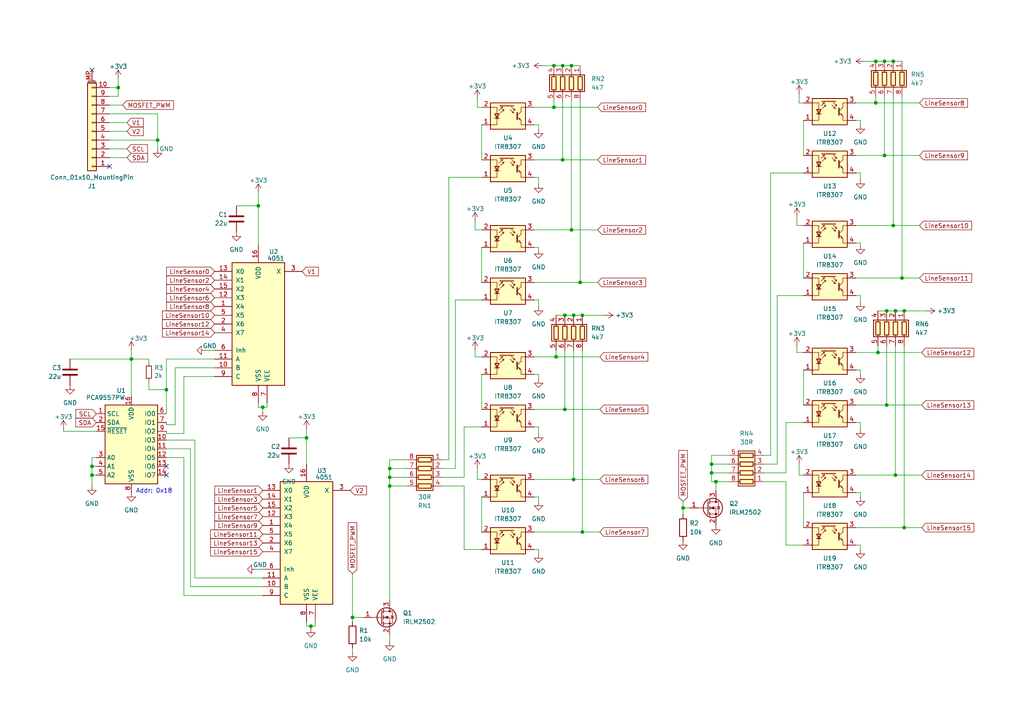
<source format=kicad_sch>
(kicad_sch (version 20231120) (generator "eeschema") (generator_version "8.0")
  (paper "A4")
  (title_block (rev "1.1"))
  (lib_symbols
    (symbol "4xxx:4051" (pin_names (offset 1.016))
      (property "Reference" "U" (at -7.62 19.05 0))
      (property "Value" "4051" (at -7.62 -19.05 0))
      (symbol "4051_1_0"
        (pin passive line (at -12.7 5.08 0) (length 5.08) (name "X4") (number "1"))
        (pin input line (at -12.7 -12.7 0) (length 5.08) (name "B") (number "10"))
        (pin input line (at -12.7 -10.16 0) (length 5.08) (name "A") (number "11"))
        (pin passive line (at -12.7 7.62 0) (length 5.08) (name "X3") (number "12"))
        (pin passive line (at -12.7 15.24 0) (length 5.08) (name "X0") (number "13"))
        (pin passive line (at -12.7 12.7 0) (length 5.08) (name "X1") (number "14"))
        (pin passive line (at -12.7 10.16 0) (length 5.08) (name "X2") (number "15"))
        (pin power_in line (at 0 22.86 270) (length 5.08) (name "VDD") (number "16"))
        (pin passive line (at -12.7 0 0) (length 5.08) (name "X6") (number "2"))
        (pin passive line (at 12.7 15.24 180) (length 5.08) (name "X") (number "3"))
        (pin passive line (at -12.7 -2.54 0) (length 5.08) (name "X7") (number "4"))
        (pin passive line (at -12.7 2.54 0) (length 5.08) (name "X5") (number "5"))
        (pin input line (at -12.7 -7.62 0) (length 5.08) (name "Inh") (number "6"))
        (pin power_in line (at 2.54 -22.86 90) (length 5.08) (name "VEE") (number "7"))
        (pin power_in line (at 0 -22.86 90) (length 5.08) (name "VSS") (number "8"))
        (pin input line (at -12.7 -15.24 0) (length 5.08) (name "C") (number "9"))
      )
      (symbol "4051_1_1"
        (rectangle (start -7.62 17.78) (end 7.62 -17.78) (stroke (width 0.254)) (fill (type background)))
      )
    )
    (symbol "Connector_Generic_MountingPin:Conn_01x10_MountingPin" (pin_names (offset 1.016) hide)
      (property "Reference" "J" (at 0 12.7 0))
      (property "Value" "Conn_01x10_MountingPin" (at 1.27 -15.24 0))
      (symbol "Conn_01x10_MountingPin_1_1"
        (rectangle (start -1.27 -12.573) (end 0 -12.827) (stroke (width 0.1524)))
        (rectangle (start -1.27 -10.033) (end 0 -10.287) (stroke (width 0.1524)))
        (rectangle (start -1.27 -7.493) (end 0 -7.747) (stroke (width 0.1524)))
        (rectangle (start -1.27 -4.953) (end 0 -5.207) (stroke (width 0.1524)))
        (rectangle (start -1.27 -2.413) (end 0 -2.667) (stroke (width 0.1524)))
        (rectangle (start -1.27 0.127) (end 0 -0.127) (stroke (width 0.1524)))
        (rectangle (start -1.27 2.667) (end 0 2.413) (stroke (width 0.1524)))
        (rectangle (start -1.27 5.207) (end 0 4.953) (stroke (width 0.1524)))
        (rectangle (start -1.27 7.747) (end 0 7.493) (stroke (width 0.1524)))
        (rectangle (start -1.27 10.287) (end 0 10.033) (stroke (width 0.1524)))
        (rectangle (start -1.27 11.43) (end 1.27 -13.97) (stroke (width 0.254)) (fill (type background)))
        (polyline (pts (xy -1.016 -14.732) (xy 1.016 -14.732)) (stroke (width 0.1524)))
        (text "Mounting" (at 0 -14.351 0) (effects (font (size 0.381 0.381))))
        (pin passive line (at -5.08 10.16 0) (length 3.81) (name "Pin_1") (number "1"))
        (pin passive line (at -5.08 -12.7 0) (length 3.81) (name "Pin_10") (number "10"))
        (pin passive line (at -5.08 7.62 0) (length 3.81) (name "Pin_2") (number "2"))
        (pin passive line (at -5.08 5.08 0) (length 3.81) (name "Pin_3") (number "3"))
        (pin passive line (at -5.08 2.54 0) (length 3.81) (name "Pin_4") (number "4"))
        (pin passive line (at -5.08 0 0) (length 3.81) (name "Pin_5") (number "5"))
        (pin passive line (at -5.08 -2.54 0) (length 3.81) (name "Pin_6") (number "6"))
        (pin passive line (at -5.08 -5.08 0) (length 3.81) (name "Pin_7") (number "7"))
        (pin passive line (at -5.08 -7.62 0) (length 3.81) (name "Pin_8") (number "8"))
        (pin passive line (at -5.08 -10.16 0) (length 3.81) (name "Pin_9") (number "9"))
        (pin passive line (at 0 -17.78 90) (length 3.048) (name "MountPin") (number "MP"))
      )
    )
    (symbol "Device:C" (pin_numbers hide) (pin_names (offset 0.254))
      (property "Reference" "C" (at 0.635 2.54 0))
      (property "Value" "C" (at 0.635 -2.54 0))
      (symbol "C_0_1"
        (polyline (pts (xy -2.032 -0.762) (xy 2.032 -0.762)) (stroke (width 0.508)))
        (polyline (pts (xy -2.032 0.762) (xy 2.032 0.762)) (stroke (width 0.508)))
      )
      (symbol "C_1_1"
        (pin passive line (at 0 3.81 270) (length 2.794) (name "~") (number "1"))
        (pin passive line (at 0 -3.81 90) (length 2.794) (name "~") (number "2"))
      )
    )
    (symbol "Device:R" (pin_numbers hide) (pin_names (offset 0))
      (property "Reference" "R" (at 2.032 0 90))
      (property "Value" "R" (at 0 0 90))
      (symbol "R_0_1"
        (rectangle (start -1.016 -2.54) (end 1.016 2.54) (stroke (width 0.254)))
      )
      (symbol "R_1_1"
        (pin passive line (at 0 3.81 270) (length 1.27) (name "~") (number "1"))
        (pin passive line (at 0 -3.81 90) (length 1.27) (name "~") (number "2"))
      )
    )
    (symbol "Device:R_Pack04" (pin_names (offset 0) hide)
      (property "Reference" "RN" (at -7.62 0 90))
      (property "Value" "R_Pack04" (at 5.08 0 90))
      (symbol "R_Pack04_0_1"
        (rectangle (start -6.35 -2.413) (end 3.81 2.413) (stroke (width 0.254)) (fill (type background)))
        (rectangle (start -5.715 1.905) (end -4.445 -1.905) (stroke (width 0.254)))
        (rectangle (start -3.175 1.905) (end -1.905 -1.905) (stroke (width 0.254)))
        (rectangle (start -0.635 1.905) (end 0.635 -1.905) (stroke (width 0.254)))
        (polyline (pts (xy -5.08 -2.54) (xy -5.08 -1.905)))
        (polyline (pts (xy -5.08 1.905) (xy -5.08 2.54)))
        (polyline (pts (xy -2.54 -2.54) (xy -2.54 -1.905)))
        (polyline (pts (xy -2.54 1.905) (xy -2.54 2.54)))
        (polyline (pts (xy 0 -2.54) (xy 0 -1.905)))
        (polyline (pts (xy 0 1.905) (xy 0 2.54)))
        (polyline (pts (xy 2.54 -2.54) (xy 2.54 -1.905)))
        (polyline (pts (xy 2.54 1.905) (xy 2.54 2.54)))
        (rectangle (start 1.905 1.905) (end 3.175 -1.905) (stroke (width 0.254)))
      )
      (symbol "R_Pack04_1_1"
        (pin passive line (at -5.08 -5.08 90) (length 2.54) (name "R1.1") (number "1"))
        (pin passive line (at -2.54 -5.08 90) (length 2.54) (name "R2.1") (number "2"))
        (pin passive line (at 0 -5.08 90) (length 2.54) (name "R3.1") (number "3"))
        (pin passive line (at 2.54 -5.08 90) (length 2.54) (name "R4.1") (number "4"))
        (pin passive line (at 2.54 5.08 270) (length 2.54) (name "R4.2") (number "5"))
        (pin passive line (at 0 5.08 270) (length 2.54) (name "R3.2") (number "6"))
        (pin passive line (at -2.54 5.08 270) (length 2.54) (name "R2.2") (number "7"))
        (pin passive line (at -5.08 5.08 270) (length 2.54) (name "R1.2") (number "8"))
      )
    )
    (symbol "Device:R_Small" (pin_numbers hide) (pin_names (offset 0.254) hide)
      (property "Reference" "R" (at 0.762 0.508 0))
      (property "Value" "R_Small" (at 0.762 -1.016 0))
      (symbol "R_Small_0_1"
        (rectangle (start -0.762 1.778) (end 0.762 -1.778) (stroke (width 0.2032)))
      )
      (symbol "R_Small_1_1"
        (pin passive line (at 0 2.54 270) (length 0.762) (name "~") (number "1"))
        (pin passive line (at 0 -2.54 90) (length 0.762) (name "~") (number "2"))
      )
    )
    (symbol "GluonLib:IRLM2502" (pin_names (offset 0) hide)
      (property "Reference" "Q1" (at 5.207 0.6437 0))
      (property "Value" "IRLM2502" (at 5.207 -1.2773 0))
      (symbol "IRLM2502_0_1"
        (polyline (pts (xy 0.254 0) (xy -2.54 0)))
        (polyline (pts (xy 0.254 1.905) (xy 0.254 -1.905)) (stroke (width 0.254)))
        (polyline (pts (xy 0.762 -1.27) (xy 0.762 -2.286)) (stroke (width 0.254)))
        (polyline (pts (xy 0.762 0.508) (xy 0.762 -0.508)) (stroke (width 0.254)))
        (polyline (pts (xy 0.762 2.286) (xy 0.762 1.27)) (stroke (width 0.254)))
        (polyline (pts (xy 2.54 2.54) (xy 2.54 1.778)))
        (polyline (pts (xy 2.54 -2.54) (xy 2.54 0) (xy 0.762 0)))
        (polyline (pts (xy 0.762 -1.778) (xy 3.302 -1.778) (xy 3.302 1.778) (xy 0.762 1.778)))
        (polyline (pts (xy 1.016 0) (xy 2.032 0.381) (xy 2.032 -0.381) (xy 1.016 0)) (fill (type outline)))
        (polyline (pts (xy 2.794 0.508) (xy 2.921 0.381) (xy 3.683 0.381) (xy 3.81 0.254)))
        (polyline (pts (xy 3.302 0.381) (xy 2.921 -0.254) (xy 3.683 -0.254) (xy 3.302 0.381)))
        (circle (center 1.651 0) (radius 2.794) (stroke (width 0.254)))
        (circle (center 2.54 -1.778) (radius 0.254) (fill (type outline)))
        (circle (center 2.54 1.778) (radius 0.254) (fill (type outline)))
      )
      (symbol "IRLM2502_1_1"
        (pin input line (at -5.08 0 0) (length 2.54) (name "G") (number "1"))
        (pin passive line (at 2.54 -5.08 90) (length 2.54) (name "S") (number "2"))
        (pin passive line (at 2.54 5.08 270) (length 2.54) (name "D") (number "3"))
      )
    )
    (symbol "Interface_Expansion:PCA9557PW"
      (property "Reference" "U" (at -7.62 11.43 0))
      (property "Value" "PCA9557PW" (at 2.54 11.43 0))
      (symbol "PCA9557PW_0_1"
        (rectangle (start -7.62 -12.7) (end 7.62 10.16) (stroke (width 0.254)) (fill (type background)))
      )
      (symbol "PCA9557PW_1_1"
        (pin input line (at -10.16 7.62 0) (length 2.54) (name "SCL") (number "1"))
        (pin bidirectional line (at 10.16 0 180) (length 2.54) (name "IO3") (number "10"))
        (pin bidirectional line (at 10.16 -2.54 180) (length 2.54) (name "IO4") (number "11"))
        (pin bidirectional line (at 10.16 -5.08 180) (length 2.54) (name "IO5") (number "12"))
        (pin bidirectional line (at 10.16 -7.62 180) (length 2.54) (name "IO6") (number "13"))
        (pin bidirectional line (at 10.16 -10.16 180) (length 2.54) (name "IO7") (number "14"))
        (pin input line (at -10.16 2.54 0) (length 2.54) (name "~{RESET}") (number "15"))
        (pin power_in line (at 0 12.7 270) (length 2.54) (name "VDD") (number "16"))
        (pin bidirectional line (at -10.16 5.08 0) (length 2.54) (name "SDA") (number "2"))
        (pin input line (at -10.16 -5.08 0) (length 2.54) (name "A0") (number "3"))
        (pin input line (at -10.16 -7.62 0) (length 2.54) (name "A1") (number "4"))
        (pin input line (at -10.16 -10.16 0) (length 2.54) (name "A2") (number "5"))
        (pin bidirectional line (at 10.16 7.62 180) (length 2.54) (name "IO0") (number "6"))
        (pin bidirectional line (at 10.16 5.08 180) (length 2.54) (name "IO1") (number "7"))
        (pin power_in line (at 0 -15.24 90) (length 2.54) (name "VSS") (number "8"))
        (pin bidirectional line (at 10.16 2.54 180) (length 2.54) (name "IO2") (number "9"))
      )
    )
    (symbol "Sensor_Proximity:ITR8307-L24-TR8" (pin_names (offset 0.0254) hide)
      (property "Reference" "U" (at -3.81 5.08 0))
      (property "Value" "ITR8307-L24-TR8" (at 15.24 5.08 0))
      (symbol "ITR8307-L24-TR8_0_1"
        (polyline (pts (xy -3.81 -0.635) (xy -2.54 -0.635)) (stroke (width 0.254)))
        (polyline (pts (xy -2.286 2.921) (xy -2.032 3.175)))
        (polyline (pts (xy -1.778 2.921) (xy -1.524 3.175)))
        (polyline (pts (xy -1.524 2.667) (xy -1.651 2.159)))
        (polyline (pts (xy -1.27 2.921) (xy -1.016 3.175)))
        (polyline (pts (xy -1.143 1.905) (xy -1.27 1.397)))
        (polyline (pts (xy -0.762 2.921) (xy -0.508 3.175)))
        (polyline (pts (xy -0.254 2.921) (xy 0 3.175)))
        (polyline (pts (xy 0.254 2.921) (xy 0.508 3.175)))
        (polyline (pts (xy 0.762 2.921) (xy 1.016 3.175)))
        (polyline (pts (xy 1.27 2.921) (xy 1.524 3.175)))
        (polyline (pts (xy 1.651 0.889) (xy 1.143 1.016)))
        (polyline (pts (xy 1.778 2.921) (xy -2.413 2.921)))
        (polyline (pts (xy 2.032 1.651) (xy 1.524 1.778)))
        (polyline (pts (xy 2.667 -0.127) (xy 3.81 -1.27)))
        (polyline (pts (xy 2.667 0.127) (xy 3.81 1.27)))
        (polyline (pts (xy -2.54 1.651) (xy -1.524 2.667) (xy -2.032 2.54)))
        (polyline (pts (xy -2.159 0.889) (xy -1.143 1.905) (xy -1.651 1.778)))
        (polyline (pts (xy 0.635 1.905) (xy 1.651 0.889) (xy 1.524 1.397)))
        (polyline (pts (xy 1.016 2.667) (xy 2.032 1.651) (xy 1.905 2.159)))
        (polyline (pts (xy 2.667 1.016) (xy 2.667 -1.016) (xy 2.667 -1.016)) (stroke (width 0.3556)))
        (polyline (pts (xy 3.81 -1.27) (xy 3.81 -2.54) (xy 5.08 -2.54)))
        (polyline (pts (xy 3.81 1.27) (xy 3.81 2.54) (xy 5.08 2.54)))
        (polyline (pts (xy -5.08 -2.54) (xy -3.175 -2.54) (xy -3.175 2.54) (xy -5.08 2.54)))
        (polyline (pts (xy -3.175 -0.635) (xy -3.81 0.635) (xy -2.54 0.635) (xy -3.175 -0.635)) (stroke (width 0.254)))
        (polyline (pts (xy 3.683 -1.143) (xy 3.429 -0.635) (xy 3.175 -0.889) (xy 3.683 -1.143)))
        (polyline (pts (xy -5.08 -3.81) (xy 5.08 -3.81) (xy 5.08 3.81) (xy -5.08 3.81) (xy -5.08 -3.81)) (stroke (width 0.254)) (fill (type background)))
      )
      (symbol "ITR8307-L24-TR8_1_1"
        (pin passive line (at -7.62 -2.54 0) (length 2.54) (name "K") (number "1"))
        (pin passive line (at -7.62 2.54 0) (length 2.54) (name "A") (number "2"))
        (pin open_collector line (at 7.62 2.54 180) (length 2.54) (name "~") (number "3"))
        (pin open_emitter line (at 7.62 -2.54 180) (length 2.54) (name "~") (number "4"))
      )
    )
    (symbol "power:+3V3" (power) (pin_names (offset 0))
      (property "Value" "+3V3" (at 0 3.556 0))
      (symbol "+3V3_0_1"
        (polyline (pts (xy -0.762 1.27) (xy 0 2.54)))
        (polyline (pts (xy 0 0) (xy 0 2.54)))
        (polyline (pts (xy 0 2.54) (xy 0.762 1.27)))
      )
      (symbol "+3V3_1_1"
        (pin power_in line (at 0 0 90) (length 0) hide (name "+3V3") (number "1"))
      )
    )
    (symbol "power:GND" (power) (pin_names (offset 0))
      (property "Value" "GND" (at 0 -3.81 0))
      (symbol "GND_0_1"
        (polyline (pts (xy 0 0) (xy 0 -1.27) (xy 1.27 -1.27) (xy 0 -2.54) (xy -1.27 -1.27) (xy 0 -1.27)))
      )
      (symbol "GND_1_1"
        (pin power_in line (at 0 0 270) (length 0) hide (name "GND") (number "1"))
      )
    )
  )
  (junction (at 163.195 19.05))
  (junction (at 90.17 181.61))
  (junction (at 102.235 179.07))
  (junction (at 206.375 134.62))
  (junction (at 168.91 154.305))
  (junction (at 163.83 118.745))
  (junction (at 257.175 90.17))
  (junction (at 259.08 65.405))
  (junction (at 256.54 45.085))
  (junction (at 256.54 17.78))
  (junction (at 254 29.845))
  (junction (at 257.175 117.475))
  (junction (at 259.715 90.17))
  (junction (at 207.645 139.7))
  (junction (at 206.375 137.16))
  (junction (at 259.715 137.795))
  (junction (at 259.08 17.78))
  (junction (at 113.03 135.89))
  (junction (at 34.29 25.4))
  (junction (at 168.275 81.915))
  (junction (at 38.1 104.14))
  (junction (at 76.2 118.11))
  (junction (at 254 17.78))
  (junction (at 26.67 135.255))
  (junction (at 261.62 80.645))
  (junction (at 163.195 46.355))
  (junction (at 168.91 91.44))
  (junction (at 161.29 103.505))
  (junction (at 160.655 19.05))
  (junction (at 26.67 137.795))
  (junction (at 262.255 90.17))
  (junction (at 165.735 19.05))
  (junction (at 160.655 31.115))
  (junction (at 113.03 138.43))
  (junction (at 113.03 140.97))
  (junction (at 198.12 147.32))
  (junction (at 165.735 66.675))
  (junction (at 163.83 91.44))
  (junction (at 166.37 91.44))
  (junction (at 254.635 102.235))
  (junction (at 88.9 127))
  (junction (at 48.26 113.03))
  (junction (at 262.255 153.035))
  (junction (at 166.37 139.065))
  (junction (at 74.93 59.69))
  (junction (at 45.72 40.64))
  (no_connect (at 48.26 135.255))
  (no_connect (at 48.26 137.795))
  (no_connect (at 31.75 48.26))
  (no_connect (at 26.67 20.32))
  (wire (pts (xy 74.93 55.88) (xy 74.93 59.69)))
  (wire (pts (xy 53.34 109.22) (xy 62.23 109.22)))
  (wire (pts (xy 207.645 139.7) (xy 211.455 139.7)))
  (wire (pts (xy 256.54 45.085) (xy 266.7 45.085)))
  (wire (pts (xy 225.425 85.725) (xy 233.045 85.725)))
  (wire (pts (xy 132.08 86.995) (xy 139.7 86.995)))
  (wire (pts (xy 154.94 46.355) (xy 163.195 46.355)))
  (wire (pts (xy 227.965 139.7) (xy 221.615 139.7)))
  (wire (pts (xy 88.9 124.46) (xy 88.9 127)))
  (wire (pts (xy 233.045 65.405) (xy 231.14 65.405)))
  (wire (pts (xy 38.1 104.14) (xy 38.1 114.935)))
  (wire (pts (xy 154.94 81.915) (xy 168.275 81.915)))
  (wire (pts (xy 161.29 101.6) (xy 161.29 103.505)))
  (wire (pts (xy 154.94 103.505) (xy 161.29 103.505)))
  (wire (pts (xy 227.965 122.555) (xy 227.965 137.16)))
  (wire (pts (xy 156.21 159.385) (xy 156.21 160.655)))
  (wire (pts (xy 225.425 134.62) (xy 221.615 134.62)))
  (wire (pts (xy 139.7 103.505) (xy 137.795 103.505)))
  (wire (pts (xy 161.29 103.505) (xy 173.99 103.505)))
  (wire (pts (xy 163.83 91.44) (xy 166.37 91.44)))
  (wire (pts (xy 134.62 140.97) (xy 134.62 159.385)))
  (wire (pts (xy 206.375 137.16) (xy 211.455 137.16)))
  (wire (pts (xy 156.21 86.995) (xy 156.21 88.9)))
  (wire (pts (xy 26.67 140.97) (xy 26.67 137.795)))
  (wire (pts (xy 233.045 70.485) (xy 233.045 80.645)))
  (wire (pts (xy 113.03 184.15) (xy 113.03 186.055)))
  (wire (pts (xy 88.9 127) (xy 88.9 134.62)))
  (wire (pts (xy 132.08 86.995) (xy 132.08 135.89)))
  (wire (pts (xy 130.175 133.35) (xy 128.27 133.35)))
  (wire (pts (xy 26.67 135.255) (xy 27.94 135.255)))
  (wire (pts (xy 254 29.845) (xy 266.7 29.845)))
  (wire (pts (xy 48.26 113.03) (xy 48.26 120.015)))
  (wire (pts (xy 223.52 50.165) (xy 223.52 132.08)))
  (wire (pts (xy 139.7 31.115) (xy 138.43 31.115)))
  (wire (pts (xy 50.8 123.19) (xy 48.26 123.19)))
  (wire (pts (xy 168.91 154.305) (xy 154.94 154.305)))
  (wire (pts (xy 259.08 65.405) (xy 266.7 65.405)))
  (wire (pts (xy 165.735 66.675) (xy 173.355 66.675)))
  (wire (pts (xy 88.9 181.61) (xy 90.17 181.61)))
  (wire (pts (xy 257.175 117.475) (xy 267.335 117.475)))
  (wire (pts (xy 91.44 181.61) (xy 91.44 180.34)))
  (wire (pts (xy 211.455 132.08) (xy 206.375 132.08)))
  (wire (pts (xy 257.175 117.475) (xy 248.285 117.475)))
  (wire (pts (xy 137.795 103.505) (xy 137.795 101.6)))
  (wire (pts (xy 77.47 118.11) (xy 77.47 116.84)))
  (wire (pts (xy 76.2 118.11) (xy 76.2 119.38)))
  (wire (pts (xy 26.67 137.795) (xy 27.94 137.795)))
  (wire (pts (xy 90.17 181.61) (xy 90.17 182.245)))
  (wire (pts (xy 231.775 134.62) (xy 231.775 137.795)))
  (wire (pts (xy 249.555 34.925) (xy 249.555 36.195)))
  (wire (pts (xy 221.615 137.16) (xy 227.965 137.16)))
  (wire (pts (xy 154.94 36.195) (xy 156.21 36.195)))
  (wire (pts (xy 206.375 134.62) (xy 206.375 132.08)))
  (wire (pts (xy 59.69 101.6) (xy 62.23 101.6)))
  (wire (pts (xy 168.91 91.44) (xy 175.26 91.44)))
  (wire (pts (xy 248.285 80.645) (xy 261.62 80.645)))
  (wire (pts (xy 231.775 29.845) (xy 231.775 27.305)))
  (wire (pts (xy 156.21 123.825) (xy 156.21 125.73)))
  (wire (pts (xy 138.43 139.065) (xy 139.7 139.065)))
  (wire (pts (xy 134.62 159.385) (xy 139.7 159.385)))
  (wire (pts (xy 166.37 139.065) (xy 154.94 139.065)))
  (wire (pts (xy 161.29 91.44) (xy 163.83 91.44)))
  (wire (pts (xy 154.94 108.585) (xy 156.21 108.585)))
  (wire (pts (xy 26.67 132.715) (xy 27.94 132.715)))
  (wire (pts (xy 259.08 27.94) (xy 259.08 65.405)))
  (wire (pts (xy 134.62 123.825) (xy 134.62 138.43)))
  (wire (pts (xy 256.54 45.085) (xy 248.285 45.085)))
  (wire (pts (xy 113.03 138.43) (xy 113.03 135.89)))
  (wire (pts (xy 43.18 110.49) (xy 43.18 113.03)))
  (wire (pts (xy 249.555 122.555) (xy 249.555 124.46)))
  (wire (pts (xy 56.515 127.635) (xy 56.515 167.64)))
  (wire (pts (xy 231.14 65.405) (xy 231.14 62.865)))
  (wire (pts (xy 55.245 130.175) (xy 55.245 170.18)))
  (wire (pts (xy 168.91 154.305) (xy 173.99 154.305)))
  (wire (pts (xy 233.045 102.235) (xy 231.14 102.235)))
  (wire (pts (xy 53.34 172.72) (xy 76.2 172.72)))
  (wire (pts (xy 233.045 107.315) (xy 233.045 117.475)))
  (wire (pts (xy 206.375 139.7) (xy 206.375 137.16)))
  (wire (pts (xy 31.75 38.1) (xy 36.83 38.1)))
  (wire (pts (xy 163.83 118.745) (xy 173.99 118.745)))
  (wire (pts (xy 76.2 118.11) (xy 77.47 118.11)))
  (wire (pts (xy 248.285 158.115) (xy 249.555 158.115)))
  (wire (pts (xy 248.285 102.235) (xy 254.635 102.235)))
  (wire (pts (xy 206.375 134.62) (xy 211.455 134.62)))
  (wire (pts (xy 154.94 66.675) (xy 165.735 66.675)))
  (wire (pts (xy 206.375 139.7) (xy 207.645 139.7)))
  (wire (pts (xy 154.94 71.755) (xy 156.21 71.755)))
  (wire (pts (xy 102.235 180.34) (xy 102.235 179.07)))
  (wire (pts (xy 254.635 90.17) (xy 257.175 90.17)))
  (wire (pts (xy 139.7 36.195) (xy 139.7 46.355)))
  (wire (pts (xy 113.03 135.89) (xy 118.11 135.89)))
  (wire (pts (xy 26.67 135.255) (xy 26.67 132.715)))
  (wire (pts (xy 38.1 101.6) (xy 38.1 104.14)))
  (wire (pts (xy 139.7 71.755) (xy 139.7 81.915)))
  (wire (pts (xy 113.03 140.97) (xy 113.03 173.99)))
  (wire (pts (xy 156.21 51.435) (xy 156.21 53.34)))
  (wire (pts (xy 43.18 105.41) (xy 43.18 104.14)))
  (wire (pts (xy 48.26 123.19) (xy 48.26 122.555)))
  (wire (pts (xy 262.255 153.035) (xy 248.285 153.035)))
  (wire (pts (xy 168.91 101.6) (xy 168.91 154.305)))
  (wire (pts (xy 163.195 29.21) (xy 163.195 46.355)))
  (wire (pts (xy 53.34 125.73) (xy 53.34 109.22)))
  (wire (pts (xy 156.21 144.145) (xy 156.21 145.415)))
  (wire (pts (xy 165.735 29.21) (xy 165.735 66.675)))
  (wire (pts (xy 62.23 106.68) (xy 50.8 106.68)))
  (wire (pts (xy 118.11 133.35) (xy 113.03 133.35)))
  (wire (pts (xy 168.275 81.915) (xy 173.355 81.915)))
  (wire (pts (xy 259.715 137.795) (xy 267.335 137.795)))
  (wire (pts (xy 254 17.78) (xy 256.54 17.78)))
  (wire (pts (xy 34.29 25.4) (xy 34.29 27.94)))
  (wire (pts (xy 31.75 40.64) (xy 45.72 40.64)))
  (wire (pts (xy 34.29 22.86) (xy 34.29 25.4)))
  (wire (pts (xy 154.94 159.385) (xy 156.21 159.385)))
  (wire (pts (xy 165.735 19.05) (xy 168.275 19.05)))
  (wire (pts (xy 168.275 29.21) (xy 168.275 81.915)))
  (wire (pts (xy 134.62 140.97) (xy 128.27 140.97)))
  (wire (pts (xy 249.555 50.165) (xy 249.555 52.07)))
  (wire (pts (xy 45.72 40.64) (xy 45.72 43.18)))
  (wire (pts (xy 259.08 17.78) (xy 261.62 17.78)))
  (wire (pts (xy 48.26 125.73) (xy 48.26 125.095)))
  (wire (pts (xy 102.235 187.96) (xy 102.235 189.23)))
  (wire (pts (xy 113.03 138.43) (xy 118.11 138.43)))
  (wire (pts (xy 48.26 127.635) (xy 56.515 127.635)))
  (wire (pts (xy 134.62 123.825) (xy 139.7 123.825)))
  (wire (pts (xy 130.175 51.435) (xy 130.175 133.35)))
  (wire (pts (xy 166.37 91.44) (xy 168.91 91.44)))
  (wire (pts (xy 139.7 66.675) (xy 137.795 66.675)))
  (wire (pts (xy 160.655 31.115) (xy 173.355 31.115)))
  (wire (pts (xy 261.62 80.645) (xy 266.7 80.645)))
  (wire (pts (xy 138.43 135.89) (xy 138.43 139.065)))
  (wire (pts (xy 257.175 90.17) (xy 259.715 90.17)))
  (wire (pts (xy 262.255 90.17) (xy 268.605 90.17)))
  (wire (pts (xy 74.93 59.69) (xy 74.93 71.12)))
  (wire (pts (xy 74.295 165.1) (xy 76.2 165.1)))
  (wire (pts (xy 128.27 138.43) (xy 134.62 138.43)))
  (wire (pts (xy 45.72 33.02) (xy 45.72 40.64)))
  (wire (pts (xy 53.34 132.715) (xy 53.34 172.72)))
  (wire (pts (xy 56.515 167.64) (xy 76.2 167.64)))
  (wire (pts (xy 139.7 144.145) (xy 139.7 154.305)))
  (wire (pts (xy 48.26 104.14) (xy 48.26 113.03)))
  (wire (pts (xy 118.11 140.97) (xy 113.03 140.97)))
  (wire (pts (xy 262.255 100.33) (xy 262.255 153.035)))
  (wire (pts (xy 130.175 51.435) (xy 139.7 51.435)))
  (wire (pts (xy 31.75 33.02) (xy 45.72 33.02)))
  (wire (pts (xy 206.375 137.16) (xy 206.375 134.62)))
  (wire (pts (xy 156.21 36.195) (xy 156.21 37.465)))
  (wire (pts (xy 113.03 135.89) (xy 113.03 133.35)))
  (wire (pts (xy 31.75 45.72) (xy 36.83 45.72)))
  (wire (pts (xy 262.255 153.035) (xy 267.335 153.035)))
  (wire (pts (xy 31.75 27.94) (xy 34.29 27.94)))
  (wire (pts (xy 74.93 118.11) (xy 76.2 118.11)))
  (wire (pts (xy 248.285 29.845) (xy 254 29.845)))
  (wire (pts (xy 154.94 123.825) (xy 156.21 123.825)))
  (wire (pts (xy 231.14 102.235) (xy 231.14 100.33)))
  (wire (pts (xy 249.555 70.485) (xy 249.555 71.12)))
  (wire (pts (xy 160.655 29.21) (xy 160.655 31.115)))
  (wire (pts (xy 249.555 85.725) (xy 249.555 87.63)))
  (wire (pts (xy 102.235 179.07) (xy 105.41 179.07)))
  (wire (pts (xy 156.21 71.755) (xy 156.21 72.39)))
  (wire (pts (xy 248.285 50.165) (xy 249.555 50.165)))
  (wire (pts (xy 31.75 35.56) (xy 36.83 35.56)))
  (wire (pts (xy 225.425 85.725) (xy 225.425 134.62)))
  (wire (pts (xy 250.825 17.78) (xy 254 17.78)))
  (wire (pts (xy 163.83 118.745) (xy 154.94 118.745)))
  (wire (pts (xy 83.82 127) (xy 88.9 127)))
  (wire (pts (xy 227.965 139.7) (xy 227.965 158.115)))
  (wire (pts (xy 38.1 104.14) (xy 20.32 104.14)))
  (wire (pts (xy 18.415 125.095) (xy 18.415 124.46)))
  (wire (pts (xy 43.18 113.03) (xy 48.26 113.03)))
  (wire (pts (xy 163.83 101.6) (xy 163.83 118.745)))
  (wire (pts (xy 248.285 142.875) (xy 249.555 142.875)))
  (wire (pts (xy 26.67 137.795) (xy 26.67 135.255)))
  (wire (pts (xy 198.12 147.32) (xy 198.12 149.225)))
  (wire (pts (xy 248.285 122.555) (xy 249.555 122.555)))
  (wire (pts (xy 137.795 66.675) (xy 137.795 64.135)))
  (wire (pts (xy 231.775 137.795) (xy 233.045 137.795)))
  (wire (pts (xy 113.03 140.97) (xy 113.03 138.43)))
  (wire (pts (xy 68.58 59.69) (xy 74.93 59.69)))
  (wire (pts (xy 90.17 181.61) (xy 91.44 181.61)))
  (wire (pts (xy 157.48 19.05) (xy 160.655 19.05)))
  (wire (pts (xy 31.75 43.18) (xy 36.83 43.18)))
  (wire (pts (xy 248.285 107.315) (xy 249.555 107.315)))
  (wire (pts (xy 254 27.94) (xy 254 29.845)))
  (wire (pts (xy 207.645 142.24) (xy 207.645 139.7)))
  (wire (pts (xy 74.93 116.84) (xy 74.93 118.11)))
  (wire (pts (xy 233.045 142.875) (xy 233.045 153.035)))
  (wire (pts (xy 138.43 31.115) (xy 138.43 28.575)))
  (wire (pts (xy 249.555 142.875) (xy 249.555 144.145)))
  (wire (pts (xy 88.9 180.34) (xy 88.9 181.61)))
  (wire (pts (xy 132.08 135.89) (xy 128.27 135.89)))
  (wire (pts (xy 249.555 158.115) (xy 249.555 159.385)))
  (wire (pts (xy 163.195 19.05) (xy 165.735 19.05)))
  (wire (pts (xy 256.54 27.94) (xy 256.54 45.085)))
  (wire (pts (xy 233.045 29.845) (xy 231.775 29.845)))
  (wire (pts (xy 249.555 107.315) (xy 249.555 108.585)))
  (wire (pts (xy 259.715 137.795) (xy 248.285 137.795)))
  (wire (pts (xy 50.8 106.68) (xy 50.8 123.19)))
  (wire (pts (xy 259.715 90.17) (xy 262.255 90.17)))
  (wire (pts (xy 31.75 25.4) (xy 34.29 25.4)))
  (wire (pts (xy 254.635 102.235) (xy 267.335 102.235)))
  (wire (pts (xy 198.12 145.415) (xy 198.12 147.32)))
  (wire (pts (xy 166.37 101.6) (xy 166.37 139.065)))
  (wire (pts (xy 154.94 86.995) (xy 156.21 86.995)))
  (wire (pts (xy 160.655 19.05) (xy 163.195 19.05)))
  (wire (pts (xy 139.7 108.585) (xy 139.7 118.745)))
  (wire (pts (xy 248.285 85.725) (xy 249.555 85.725)))
  (wire (pts (xy 43.18 104.14) (xy 38.1 104.14)))
  (wire (pts (xy 248.285 34.925) (xy 249.555 34.925)))
  (wire (pts (xy 163.195 46.355) (xy 173.355 46.355)))
  (wire (pts (xy 223.52 132.08) (xy 221.615 132.08)))
  (wire (pts (xy 223.52 50.165) (xy 233.045 50.165)))
  (wire (pts (xy 259.715 100.33) (xy 259.715 137.795)))
  (wire (pts (xy 48.26 125.73) (xy 53.34 125.73)))
  (wire (pts (xy 48.26 132.715) (xy 53.34 132.715)))
  (wire (pts (xy 154.94 144.145) (xy 156.21 144.145)))
  (wire (pts (xy 257.175 100.33) (xy 257.175 117.475)))
  (wire (pts (xy 27.94 125.095) (xy 18.415 125.095)))
  (wire (pts (xy 154.94 31.115) (xy 160.655 31.115)))
  (wire (pts (xy 227.965 122.555) (xy 233.045 122.555)))
  (wire (pts (xy 227.965 158.115) (xy 233.045 158.115)))
  (wire (pts (xy 233.045 34.925) (xy 233.045 45.085)))
  (wire (pts (xy 31.75 30.48) (xy 35.56 30.48)))
  (wire (pts (xy 198.12 147.32) (xy 200.025 147.32)))
  (wire (pts (xy 248.285 65.405) (xy 259.08 65.405)))
  (wire (pts (xy 154.94 51.435) (xy 156.21 51.435)))
  (wire (pts (xy 254.635 100.33) (xy 254.635 102.235)))
  (wire (pts (xy 261.62 27.94) (xy 261.62 80.645)))
  (wire (pts (xy 48.26 130.175) (xy 55.245 130.175)))
  (wire (pts (xy 166.37 139.065) (xy 173.99 139.065)))
  (wire (pts (xy 55.245 170.18) (xy 76.2 170.18)))
  (wire (pts (xy 156.21 108.585) (xy 156.21 109.855)))
  (wire (pts (xy 102.235 166.37) (xy 102.235 179.07)))
  (wire (pts (xy 48.26 104.14) (xy 62.23 104.14)))
  (wire (pts (xy 248.285 70.485) (xy 249.555 70.485)))
  (wire (pts (xy 256.54 17.78) (xy 259.08 17.78)))
  (text_box "Historial de cambios:\n-----------------\n** v1.1 **\n- Añadadida Resistencia R3, IO0 de U1 es open-drain." (at -66.675 24.765 0) (size 53.975 51.435) (effects (font (size 2 2) (thickness 0.4) (bold yes)) (justify left top)))
  (text "Addr: 0x18" (at 44.704 142.494 0) (effects (font (size 1.27 1.27))))
  (global_label "LineSensor9" (shape input) (at 76.2 152.4 180) (property "Intersheetrefs" "${INTERSHEET_REFS}" (effects (hide yes))))
  (global_label "LineSensor5" (shape input) (at 173.99 118.745 0) (property "Intersheetrefs" "${INTERSHEET_REFS}" (effects (hide yes))))
  (global_label "LineSensor0" (shape input) (at 62.23 78.74 180) (property "Intersheetrefs" "${INTERSHEET_REFS}" (effects (hide yes))))
  (global_label "LineSensor8" (shape input) (at 266.7 29.845 0) (property "Intersheetrefs" "${INTERSHEET_REFS}" (effects (hide yes))))
  (global_label "LineSensor5" (shape input) (at 76.2 147.32 180) (property "Intersheetrefs" "${INTERSHEET_REFS}" (effects (hide yes))))
  (global_label "SDA" (shape input) (at 36.83 45.72 0) (property "Intersheetrefs" "${INTERSHEET_REFS}" (effects (hide yes))))
  (global_label "LineSensor7" (shape input) (at 173.99 154.305 0) (property "Intersheetrefs" "${INTERSHEET_REFS}" (effects (hide yes))))
  (global_label "LineSensor6" (shape input) (at 62.23 86.36 180) (property "Intersheetrefs" "${INTERSHEET_REFS}" (effects (hide yes))))
  (global_label "LineSensor6" (shape input) (at 173.99 139.065 0) (property "Intersheetrefs" "${INTERSHEET_REFS}" (effects (hide yes))))
  (global_label "LineSensor2" (shape input) (at 173.355 66.675 0) (property "Intersheetrefs" "${INTERSHEET_REFS}" (effects (hide yes))))
  (global_label "LineSensor11" (shape input) (at 266.7 80.645 0) (property "Intersheetrefs" "${INTERSHEET_REFS}" (effects (hide yes))))
  (global_label "LineSensor8" (shape input) (at 62.23 88.9 180) (property "Intersheetrefs" "${INTERSHEET_REFS}" (effects (hide yes))))
  (global_label "SCL" (shape input) (at 27.94 120.015 180) (property "Intersheetrefs" "${INTERSHEET_REFS}" (effects (hide yes))))
  (global_label "LineSensor12" (shape input) (at 267.335 102.235 0) (property "Intersheetrefs" "${INTERSHEET_REFS}" (effects (hide yes))))
  (global_label "V1" (shape input) (at 36.83 35.56 0) (property "Intersheetrefs" "${INTERSHEET_REFS}" (effects (hide yes))))
  (global_label "MOSFET_PWM" (shape input) (at 102.235 166.37 90) (property "Intersheetrefs" "${INTERSHEET_REFS}" (effects (hide yes))))
  (global_label "LineSensor14" (shape input) (at 267.335 137.795 0) (property "Intersheetrefs" "${INTERSHEET_REFS}" (effects (hide yes))))
  (global_label "V1" (shape input) (at 87.63 78.74 0) (property "Intersheetrefs" "${INTERSHEET_REFS}" (effects (hide yes))))
  (global_label "LineSensor1" (shape input) (at 76.2 142.24 180) (property "Intersheetrefs" "${INTERSHEET_REFS}" (effects (hide yes))))
  (global_label "V2" (shape input) (at 36.83 38.1 0) (property "Intersheetrefs" "${INTERSHEET_REFS}" (effects (hide yes))))
  (global_label "LineSensor7" (shape input) (at 76.2 149.86 180) (property "Intersheetrefs" "${INTERSHEET_REFS}" (effects (hide yes))))
  (global_label "LineSensor4" (shape input) (at 62.23 83.82 180) (property "Intersheetrefs" "${INTERSHEET_REFS}" (effects (hide yes))))
  (global_label "MOSFET_PWM" (shape input) (at 35.56 30.48 0) (property "Intersheetrefs" "${INTERSHEET_REFS}" (effects (hide yes))))
  (global_label "LineSensor15" (shape input) (at 267.335 153.035 0) (property "Intersheetrefs" "${INTERSHEET_REFS}" (effects (hide yes))))
  (global_label "LineSensor14" (shape input) (at 62.23 96.52 180) (property "Intersheetrefs" "${INTERSHEET_REFS}" (effects (hide yes))))
  (global_label "SDA" (shape input) (at 27.94 122.555 180) (property "Intersheetrefs" "${INTERSHEET_REFS}" (effects (hide yes))))
  (global_label "LineSensor13" (shape input) (at 76.2 157.48 180) (property "Intersheetrefs" "${INTERSHEET_REFS}" (effects (hide yes))))
  (global_label "LineSensor10" (shape input) (at 266.7 65.405 0) (property "Intersheetrefs" "${INTERSHEET_REFS}" (effects (hide yes))))
  (global_label "LineSensor11" (shape input) (at 76.2 154.94 180) (property "Intersheetrefs" "${INTERSHEET_REFS}" (effects (hide yes))))
  (global_label "LineSensor0" (shape input) (at 173.355 31.115 0) (property "Intersheetrefs" "${INTERSHEET_REFS}" (effects (hide yes))))
  (global_label "LineSensor15" (shape input) (at 76.2 160.02 180) (property "Intersheetrefs" "${INTERSHEET_REFS}" (effects (hide yes))))
  (global_label "SCL" (shape input) (at 36.83 43.18 0) (property "Intersheetrefs" "${INTERSHEET_REFS}" (effects (hide yes))))
  (global_label "LineSensor3" (shape input) (at 173.355 81.915 0) (property "Intersheetrefs" "${INTERSHEET_REFS}" (effects (hide yes))))
  (global_label "MOSFET_PWM" (shape input) (at 198.12 145.415 90) (property "Intersheetrefs" "${INTERSHEET_REFS}" (effects (hide yes))))
  (global_label "LineSensor9" (shape input) (at 266.7 45.085 0) (property "Intersheetrefs" "${INTERSHEET_REFS}" (effects (hide yes))))
  (global_label "LineSensor10" (shape input) (at 62.23 91.44 180) (property "Intersheetrefs" "${INTERSHEET_REFS}" (effects (hide yes))))
  (global_label "LineSensor2" (shape input) (at 62.23 81.28 180) (property "Intersheetrefs" "${INTERSHEET_REFS}" (effects (hide yes))))
  (global_label "V2" (shape input) (at 101.6 142.24 0) (property "Intersheetrefs" "${INTERSHEET_REFS}" (effects (hide yes))))
  (global_label "LineSensor4" (shape input) (at 173.99 103.505 0) (property "Intersheetrefs" "${INTERSHEET_REFS}" (effects (hide yes))))
  (global_label "LineSensor13" (shape input) (at 267.335 117.475 0) (property "Intersheetrefs" "${INTERSHEET_REFS}" (effects (hide yes))))
  (global_label "LineSensor3" (shape input) (at 76.2 144.78 180) (property "Intersheetrefs" "${INTERSHEET_REFS}" (effects (hide yes))))
  (global_label "LineSensor1" (shape input) (at 173.355 46.355 0) (property "Intersheetrefs" "${INTERSHEET_REFS}" (effects (hide yes))))
  (global_label "LineSensor12" (shape input) (at 62.23 93.98 180) (property "Intersheetrefs" "${INTERSHEET_REFS}" (effects (hide yes))))
  (symbol (lib_id "Device:C") (at 83.82 130.81 0) (unit 1)
    (property "Reference" "C2" (at 81.28 129.54 0) (effects (justify right)))
    (property "Value" "22u" (at 81.28 132.08 0) (effects (justify right)))
    (property "Footprint" "Capacitor_SMD:C_0805_2012Metric_Pad1.18x1.45mm_HandSolder" (effects (hide yes)))
  )
  (symbol (lib_id "power:GND") (at 156.21 125.73 0) (unit 1)
    (property "Reference" "#PWR024" (effects (hide yes)))
    (property "Value" "GND" (at 156.21 130.81 0))
  )
  (symbol (lib_id "power:+3V3") (at 138.43 135.89 0) (mirror y) (unit 1)
    (property "Reference" "#PWR018" (effects (hide yes)))
    (property "Value" "+3V3" (at 138.43 132.3142 0))
  )
  (symbol (lib_id "GluonLib:IRLM2502") (at 110.49 179.07 0) (unit 1)
    (property "Reference" "Q1" (at 116.84 177.8 0) (effects (justify left)))
    (property "Value" "IRLM2502" (at 116.84 180.34 0) (effects (justify left)))
    (property "Footprint" "Package_TO_SOT_SMD:SOT-23" (effects (hide yes)))
    (property "Datasheet" "https://www.infineon.com/dgdl/irlml2502pbf.pdf?fileId=5546d462533600a401535668048e2606&redirId=112281" (effects (hide yes)))
  )
  (symbol (lib_id "power:+3V3") (at 138.43 28.575 0) (mirror y) (unit 1)
    (property "Reference" "#PWR017" (effects (hide yes)))
    (property "Value" "+3V3" (at 138.43 24.9992 0))
  )
  (symbol (lib_id "power:GND") (at 20.32 111.76 0) (unit 1)
    (property "Reference" "#PWR047" (effects (hide yes)))
    (property "Value" "GND" (at 20.32 116.84 0))
  )
  (symbol (lib_id "power:+3V3") (at 175.26 91.44 270) (mirror x) (unit 1)
    (property "Reference" "#PWR028" (effects (hide yes)))
    (property "Value" "+3V3" (at 178.435 91.44 90) (effects (justify left)))
  )
  (symbol (lib_id "Sensor_Proximity:ITR8307-L24-TR8") (at 240.665 32.385 0) (unit 1)
    (property "Reference" "U12" (at 240.665 38.735 0))
    (property "Value" "ITR8307" (at 240.665 41.275 0))
    (property "Footprint" "OptoDevice:Everlight_ITR1201SR10AR" (effects (hide yes)))
    (property "Datasheet" "https://www.everlight.com/file/ProductFile/ITR8307-L24-TR8.pdf" (effects (hide yes)))
  )
  (symbol (lib_id "Device:R") (at 102.235 184.15 0) (unit 1)
    (property "Reference" "R1" (at 104.14 182.88 0) (effects (justify left)))
    (property "Value" "10k" (at 104.14 185.42 0) (effects (justify left)))
    (property "Footprint" "Resistor_SMD:R_0805_2012Metric_Pad1.20x1.40mm_HandSolder" (effects (hide yes)))
  )
  (symbol (lib_id "power:+3V3") (at 88.9 124.46 0) (mirror y) (unit 1)
    (property "Reference" "#PWR011" (effects (hide yes)))
    (property "Value" "+3V3" (at 88.9 120.8842 0))
  )
  (symbol (lib_id "power:GND") (at 156.21 72.39 0) (unit 1)
    (property "Reference" "#PWR021" (effects (hide yes)))
    (property "Value" "GND" (at 156.21 77.47 0))
  )
  (symbol (lib_id "Sensor_Proximity:ITR8307-L24-TR8") (at 240.665 104.775 0) (unit 1)
    (property "Reference" "U16" (at 240.665 111.125 0))
    (property "Value" "ITR8307" (at 240.665 113.665 0))
    (property "Footprint" "OptoDevice:Everlight_ITR1201SR10AR" (effects (hide yes)))
    (property "Datasheet" "https://www.everlight.com/file/ProductFile/ITR8307-L24-TR8.pdf" (effects (hide yes)))
  )
  (symbol (lib_id "power:+3V3") (at 231.775 134.62 0) (mirror y) (unit 1)
    (property "Reference" "#PWR032" (effects (hide yes)))
    (property "Value" "+3V3" (at 231.775 131.0442 0))
  )
  (symbol (lib_id "Sensor_Proximity:ITR8307-L24-TR8") (at 240.665 140.335 0) (unit 1)
    (property "Reference" "U18" (at 240.665 146.685 0))
    (property "Value" "ITR8307" (at 240.665 149.225 0))
    (property "Footprint" "OptoDevice:Everlight_ITR1201SR10AR" (effects (hide yes)))
    (property "Datasheet" "https://www.everlight.com/file/ProductFile/ITR8307-L24-TR8.pdf" (effects (hide yes)))
  )
  (symbol (lib_id "Device:R_Pack04") (at 123.19 138.43 90) (mirror x) (unit 1)
    (property "Reference" "RN1" (at 123.19 146.685 90))
    (property "Value" "30R" (at 123.19 144.145 90))
    (property "Footprint" "Resistor_SMD:R_Array_Convex_4x0603" (effects (hide yes)))
  )
  (symbol (lib_id "power:GND") (at 156.21 53.34 0) (unit 1)
    (property "Reference" "#PWR020" (effects (hide yes)))
    (property "Value" "GND" (at 156.21 58.42 0))
  )
  (symbol (lib_id "Device:R_Pack04") (at 257.175 95.25 180) (unit 1)
    (property "Reference" "RN6" (at 265.43 93.9799 0) (effects (justify right)))
    (property "Value" "4k7" (at 265.43 96.5199 0) (effects (justify right)))
    (property "Footprint" "Resistor_SMD:R_Array_Convex_4x0603" (effects (hide yes)))
  )
  (symbol (lib_id "power:GND") (at 156.21 88.9 0) (unit 1)
    (property "Reference" "#PWR022" (effects (hide yes)))
    (property "Value" "GND" (at 156.21 93.98 0))
  )
  (symbol (lib_id "Sensor_Proximity:ITR8307-L24-TR8") (at 240.665 47.625 0) (unit 1)
    (property "Reference" "U13" (at 240.665 53.975 0))
    (property "Value" "ITR8307" (at 240.665 56.515 0))
    (property "Footprint" "OptoDevice:Everlight_ITR1201SR10AR" (effects (hide yes)))
    (property "Datasheet" "https://www.everlight.com/file/ProductFile/ITR8307-L24-TR8.pdf" (effects (hide yes)))
  )
  (symbol (lib_id "power:GND") (at 76.2 119.38 0) (unit 1)
    (property "Reference" "#PWR010" (effects (hide yes)))
    (property "Value" "GND" (at 76.2 124.46 0))
  )
  (symbol (lib_id "Sensor_Proximity:ITR8307-L24-TR8") (at 147.32 156.845 0) (unit 1)
    (property "Reference" "U11" (at 147.32 163.195 0))
    (property "Value" "ITR8307" (at 147.32 165.735 0))
    (property "Footprint" "OptoDevice:Everlight_ITR1201SR10AR" (effects (hide yes)))
    (property "Datasheet" "https://www.everlight.com/file/ProductFile/ITR8307-L24-TR8.pdf" (effects (hide yes)))
  )
  (symbol (lib_id "Device:R_Small") (at 43.18 107.95 0) (unit 1)
    (property "Reference" "R3" (at 44.704 106.68 0) (effects (justify left)))
    (property "Value" "2k" (at 44.704 108.966 0) (effects (justify left)))
    (property "Description" "Resistor, small symbol" (effects (hide yes)))
  )
  (symbol (lib_id "Device:C") (at 20.32 107.95 0) (unit 1)
    (property "Reference" "C3" (at 17.78 106.68 0) (effects (justify right)))
    (property "Value" "22u" (at 17.78 109.22 0) (effects (justify right)))
    (property "Footprint" "Capacitor_SMD:C_0805_2012Metric_Pad1.18x1.45mm_HandSolder" (effects (hide yes)))
  )
  (symbol (lib_id "power:GND") (at 59.69 101.6 270) (unit 1)
    (property "Reference" "#PWR07" (effects (hide yes)))
    (property "Value" "GND" (at 62.865 100.33 90) (effects (justify right)))
  )
  (symbol (lib_id "power:GND") (at 207.645 152.4 0) (unit 1)
    (property "Reference" "#PWR043" (effects (hide yes)))
    (property "Value" "GND" (at 207.645 157.48 0))
  )
  (symbol (lib_id "power:GND") (at 102.235 189.23 0) (unit 1)
    (property "Reference" "#PWR013" (effects (hide yes)))
    (property "Value" "GND" (at 102.235 194.31 0))
  )
  (symbol (lib_id "4xxx:4051") (at 74.93 93.98 0) (unit 1)
    (property "Reference" "U2" (at 79.375 73.025 0))
    (property "Value" "4051" (at 80.01 74.93 0))
    (property "Footprint" "Package_SO:SOP-16_3.9x9.9mm_P1.27mm" (effects (hide yes)))
    (property "Datasheet" "https://datasheet.lcsc.com/lcsc/1912111436_Wuxi-I-core-Elec-AIP74HC4051_C93010.pdf" (effects (hide yes)))
  )
  (symbol (lib_id "Device:R") (at 198.12 153.035 0) (unit 1)
    (property "Reference" "R2" (at 200.025 151.765 0) (effects (justify left)))
    (property "Value" "10k" (at 200.025 154.305 0) (effects (justify left)))
    (property "Footprint" "Resistor_SMD:R_0805_2012Metric_Pad1.20x1.40mm_HandSolder" (effects (hide yes)))
  )
  (symbol (lib_id "Sensor_Proximity:ITR8307-L24-TR8") (at 147.32 33.655 0) (unit 1)
    (property "Reference" "U4" (at 147.32 40.005 0))
    (property "Value" "ITR8307" (at 147.32 42.545 0))
    (property "Footprint" "OptoDevice:Everlight_ITR1201SR10AR" (effects (hide yes)))
    (property "Datasheet" "https://www.everlight.com/file/ProductFile/ITR8307-L24-TR8.pdf" (effects (hide yes)))
  )
  (symbol (lib_id "power:GND") (at 26.67 140.97 0) (unit 1)
    (property "Reference" "#PWR02" (effects (hide yes)))
    (property "Value" "GND" (at 26.67 146.05 0))
  )
  (symbol (lib_id "power:GND") (at 249.555 52.07 0) (unit 1)
    (property "Reference" "#PWR034" (effects (hide yes)))
    (property "Value" "GND" (at 249.555 57.15 0))
  )
  (symbol (lib_id "4xxx:4051") (at 88.9 157.48 0) (unit 1)
    (property "Reference" "U3" (at 93.345 136.525 0))
    (property "Value" "4051" (at 93.98 138.43 0))
    (property "Footprint" "Package_SO:SOP-16_3.9x9.9mm_P1.27mm" (effects (hide yes)))
    (property "Datasheet" "https://datasheet.lcsc.com/lcsc/1912111436_Wuxi-I-core-Elec-AIP74HC4051_C93010.pdf" (effects (hide yes)))
  )
  (symbol (lib_id "power:+3V3") (at 231.775 27.305 0) (mirror y) (unit 1)
    (property "Reference" "#PWR031" (effects (hide yes)))
    (property "Value" "+3V3" (at 231.775 23.7292 0))
  )
  (symbol (lib_id "GluonLib:IRLM2502") (at 205.105 147.32 0) (unit 1)
    (property "Reference" "Q2" (at 211.455 146.05 0) (effects (justify left)))
    (property "Value" "IRLM2502" (at 211.455 148.59 0) (effects (justify left)))
    (property "Footprint" "Package_TO_SOT_SMD:SOT-23" (effects (hide yes)))
    (property "Datasheet" "https://www.infineon.com/dgdl/irlml2502pbf.pdf?fileId=5546d462533600a401535668048e2606&redirId=112281" (effects (hide yes)))
  )
  (symbol (lib_id "power:+3V3") (at 74.93 55.88 0) (mirror y) (unit 1)
    (property "Reference" "#PWR08" (effects (hide yes)))
    (property "Value" "+3V3" (at 74.93 52.3042 0))
  )
  (symbol (lib_id "power:GND") (at 249.555 108.585 0) (unit 1)
    (property "Reference" "#PWR037" (effects (hide yes)))
    (property "Value" "GND" (at 249.555 113.665 0))
  )
  (symbol (lib_id "Device:C") (at 68.58 63.5 0) (unit 1)
    (property "Reference" "C1" (at 66.04 62.23 0) (effects (justify right)))
    (property "Value" "22u" (at 66.04 64.77 0) (effects (justify right)))
    (property "Footprint" "Capacitor_SMD:C_0805_2012Metric_Pad1.18x1.45mm_HandSolder" (effects (hide yes)))
  )
  (symbol (lib_id "power:GND") (at 68.58 67.31 0) (unit 1)
    (property "Reference" "#PWR045" (effects (hide yes)))
    (property "Value" "GND" (at 68.58 72.39 0))
  )
  (symbol (lib_id "Sensor_Proximity:ITR8307-L24-TR8") (at 240.665 120.015 0) (unit 1)
    (property "Reference" "U17" (at 240.665 126.365 0))
    (property "Value" "ITR8307" (at 240.665 128.905 0))
    (property "Footprint" "OptoDevice:Everlight_ITR1201SR10AR" (effects (hide yes)))
    (property "Datasheet" "https://www.everlight.com/file/ProductFile/ITR8307-L24-TR8.pdf" (effects (hide yes)))
  )
  (symbol (lib_id "power:GND") (at 113.03 186.055 0) (unit 1)
    (property "Reference" "#PWR014" (effects (hide yes)))
    (property "Value" "GND" (at 113.03 191.135 0))
  )
  (symbol (lib_id "Sensor_Proximity:ITR8307-L24-TR8") (at 240.665 67.945 0) (unit 1)
    (property "Reference" "U14" (at 240.665 74.295 0))
    (property "Value" "ITR8307" (at 240.665 76.835 0))
    (property "Footprint" "OptoDevice:Everlight_ITR1201SR10AR" (effects (hide yes)))
    (property "Datasheet" "https://www.everlight.com/file/ProductFile/ITR8307-L24-TR8.pdf" (effects (hide yes)))
  )
  (symbol (lib_id "power:GND") (at 83.82 134.62 0) (unit 1)
    (property "Reference" "#PWR046" (effects (hide yes)))
    (property "Value" "GND" (at 83.82 139.7 0))
  )
  (symbol (lib_id "power:GND") (at 90.17 182.245 0) (unit 1)
    (property "Reference" "#PWR012" (effects (hide yes)))
    (property "Value" "GND" (at 90.17 187.325 0))
  )
  (symbol (lib_id "Device:R_Pack04") (at 216.535 134.62 90) (unit 1)
    (property "Reference" "RN4" (at 216.535 125.73 90))
    (property "Value" "30R" (at 216.535 128.27 90))
    (property "Footprint" "Resistor_SMD:R_Array_Convex_4x0603" (effects (hide yes)))
  )
  (symbol (lib_id "Sensor_Proximity:ITR8307-L24-TR8") (at 147.32 84.455 0) (unit 1)
    (property "Reference" "U7" (at 147.32 90.805 0))
    (property "Value" "ITR8307" (at 147.32 93.345 0))
    (property "Footprint" "OptoDevice:Everlight_ITR1201SR10AR" (effects (hide yes)))
    (property "Datasheet" "https://www.everlight.com/file/ProductFile/ITR8307-L24-TR8.pdf" (effects (hide yes)))
  )
  (symbol (lib_id "power:+3V3") (at 137.795 101.6 0) (mirror y) (unit 1)
    (property "Reference" "#PWR016" (effects (hide yes)))
    (property "Value" "+3V3" (at 137.795 98.0242 0))
  )
  (symbol (lib_id "Device:R_Pack04") (at 163.195 24.13 180) (unit 1)
    (property "Reference" "RN2" (at 171.45 22.8599 0) (effects (justify right)))
    (property "Value" "4k7" (at 171.45 25.3999 0) (effects (justify right)))
    (property "Footprint" "Resistor_SMD:R_Array_Convex_4x0603" (effects (hide yes)))
  )
  (symbol (lib_id "power:GND") (at 156.21 37.465 0) (unit 1)
    (property "Reference" "#PWR019" (effects (hide yes)))
    (property "Value" "GND" (at 156.21 42.545 0))
  )
  (symbol (lib_id "Sensor_Proximity:ITR8307-L24-TR8") (at 147.32 48.895 0) (unit 1)
    (property "Reference" "U5" (at 147.32 55.245 0))
    (property "Value" "ITR8307" (at 147.32 57.785 0))
    (property "Footprint" "OptoDevice:Everlight_ITR1201SR10AR" (effects (hide yes)))
    (property "Datasheet" "https://www.everlight.com/file/ProductFile/ITR8307-L24-TR8.pdf" (effects (hide yes)))
  )
  (symbol (lib_id "power:+3V3") (at 268.605 90.17 270) (mirror x) (unit 1)
    (property "Reference" "#PWR042" (effects (hide yes)))
    (property "Value" "+3V3" (at 271.78 90.17 90) (effects (justify left)))
  )
  (symbol (lib_id "power:GND") (at 198.12 156.845 0) (unit 1)
    (property "Reference" "#PWR044" (effects (hide yes)))
    (property "Value" "GND" (at 198.12 161.925 0))
  )
  (symbol (lib_id "Device:R_Pack04") (at 163.83 96.52 180) (unit 1)
    (property "Reference" "RN3" (at 171.45 95.2499 0) (effects (justify right)))
    (property "Value" "4k7" (at 171.45 97.7899 0) (effects (justify right)))
    (property "Footprint" "Resistor_SMD:R_Array_Convex_4x0603" (effects (hide yes)))
  )
  (symbol (lib_id "power:GND") (at 45.72 43.18 0) (unit 1)
    (property "Reference" "#PWR06" (effects (hide yes)))
    (property "Value" "GND" (at 48.26 43.18 0))
  )
  (symbol (lib_id "power:+3V3") (at 231.14 62.865 0) (mirror y) (unit 1)
    (property "Reference" "#PWR029" (effects (hide yes)))
    (property "Value" "+3V3" (at 231.14 59.2892 0))
  )
  (symbol (lib_id "power:GND") (at 38.1 142.875 0) (unit 1)
    (property "Reference" "#PWR05" (effects (hide yes)))
    (property "Value" "GND" (at 38.1 147.955 0))
  )
  (symbol (lib_id "Sensor_Proximity:ITR8307-L24-TR8") (at 147.32 141.605 0) (unit 1)
    (property "Reference" "U10" (at 147.32 147.955 0))
    (property "Value" "ITR8307" (at 147.32 150.495 0))
    (property "Footprint" "OptoDevice:Everlight_ITR1201SR10AR" (effects (hide yes)))
    (property "Datasheet" "https://www.everlight.com/file/ProductFile/ITR8307-L24-TR8.pdf" (effects (hide yes)))
  )
  (symbol (lib_id "power:GND") (at 249.555 124.46 0) (unit 1)
    (property "Reference" "#PWR038" (effects (hide yes)))
    (property "Value" "GND" (at 249.555 129.54 0))
  )
  (symbol (lib_id "power:+3V3") (at 137.795 64.135 0) (mirror y) (unit 1)
    (property "Reference" "#PWR015" (effects (hide yes)))
    (property "Value" "+3V3" (at 137.795 60.5592 0))
  )
  (symbol (lib_id "Sensor_Proximity:ITR8307-L24-TR8") (at 147.32 106.045 0) (unit 1)
    (property "Reference" "U8" (at 147.32 112.395 0))
    (property "Value" "ITR8307" (at 147.32 114.935 0))
    (property "Footprint" "OptoDevice:Everlight_ITR1201SR10AR" (effects (hide yes)))
    (property "Datasheet" "https://www.everlight.com/file/ProductFile/ITR8307-L24-TR8.pdf" (effects (hide yes)))
  )
  (symbol (lib_id "Device:R_Pack04") (at 256.54 22.86 180) (unit 1)
    (property "Reference" "RN5" (at 264.16 21.5899 0) (effects (justify right)))
    (property "Value" "4k7" (at 264.16 24.1299 0) (effects (justify right)))
    (property "Footprint" "Resistor_SMD:R_Array_Convex_4x0603" (effects (hide yes)))
  )
  (symbol (lib_id "Connector_Generic_MountingPin:Conn_01x10_MountingPin") (at 26.67 38.1 180) (unit 1)
    (property "Reference" "J1" (at 26.67 53.975 0))
    (property "Value" "Conn_01x10_MountingPin" (at 26.67 51.435 0))
    (property "Footprint" "Connector_FFC-FPC:TE_1-84952-0_1x10-1MP_P1.0mm_Horizontal" (effects (hide yes)))
  )
  (symbol (lib_id "power:+3V3") (at 250.825 17.78 90) (mirror x) (unit 1)
    (property "Reference" "#PWR041" (effects (hide yes)))
    (property "Value" "+3V3" (at 247.015 17.78 90) (effects (justify left)))
  )
  (symbol (lib_id "power:+3V3") (at 157.48 19.05 90) (mirror x) (unit 1)
    (property "Reference" "#PWR027" (effects (hide yes)))
    (property "Value" "+3V3" (at 153.67 19.05 90) (effects (justify left)))
  )
  (symbol (lib_id "power:GND") (at 156.21 109.855 0) (unit 1)
    (property "Reference" "#PWR023" (effects (hide yes)))
    (property "Value" "GND" (at 156.21 114.935 0))
  )
  (symbol (lib_id "power:GND") (at 249.555 36.195 0) (unit 1)
    (property "Reference" "#PWR033" (effects (hide yes)))
    (property "Value" "GND" (at 249.555 41.275 0))
  )
  (symbol (lib_id "power:GND") (at 249.555 71.12 0) (unit 1)
    (property "Reference" "#PWR035" (effects (hide yes)))
    (property "Value" "GND" (at 249.555 76.2 0))
  )
  (symbol (lib_id "Sensor_Proximity:ITR8307-L24-TR8") (at 147.32 69.215 0) (unit 1)
    (property "Reference" "U6" (at 147.32 75.565 0))
    (property "Value" "ITR8307" (at 147.32 78.105 0))
    (property "Footprint" "OptoDevice:Everlight_ITR1201SR10AR" (effects (hide yes)))
    (property "Datasheet" "https://www.everlight.com/file/ProductFile/ITR8307-L24-TR8.pdf" (effects (hide yes)))
  )
  (symbol (lib_id "power:+3V3") (at 34.29 22.86 0) (mirror y) (unit 1)
    (property "Reference" "#PWR03" (effects (hide yes)))
    (property "Value" "+3V3" (at 34.29 19.2842 0))
  )
  (symbol (lib_id "Sensor_Proximity:ITR8307-L24-TR8") (at 147.32 121.285 0) (unit 1)
    (property "Reference" "U9" (at 147.32 127.635 0))
    (property "Value" "ITR8307" (at 147.32 130.175 0))
    (property "Footprint" "OptoDevice:Everlight_ITR1201SR10AR" (effects (hide yes)))
    (property "Datasheet" "https://www.everlight.com/file/ProductFile/ITR8307-L24-TR8.pdf" (effects (hide yes)))
  )
  (symbol (lib_id "power:GND") (at 156.21 160.655 0) (unit 1)
    (property "Reference" "#PWR026" (effects (hide yes)))
    (property "Value" "GND" (at 156.21 165.735 0))
  )
  (symbol (lib_id "Interface_Expansion:PCA9557PW") (at 38.1 127.635 0) (unit 1)
    (property "Reference" "U1" (at 33.782 113.284 0) (effects (justify left)))
    (property "Value" "PCA9557PW" (at 24.892 115.316 0) (effects (justify left)))
    (property "Footprint" "Package_SO:TSSOP-16_4.4x5mm_P0.65mm" (effects (hide yes)))
    (property "Datasheet" "https://www.nxp.com/docs/en/data-sheet/PCA9557.pdf" (effects (hide yes)))
  )
  (symbol (lib_id "power:GND") (at 156.21 145.415 0) (unit 1)
    (property "Reference" "#PWR025" (effects (hide yes)))
    (property "Value" "GND" (at 156.21 150.495 0))
  )
  (symbol (lib_id "Sensor_Proximity:ITR8307-L24-TR8") (at 240.665 155.575 0) (unit 1)
    (property "Reference" "U19" (at 240.665 161.925 0))
    (property "Value" "ITR8307" (at 240.665 164.465 0))
    (property "Footprint" "OptoDevice:Everlight_ITR1201SR10AR" (effects (hide yes)))
    (property "Datasheet" "https://www.everlight.com/file/ProductFile/ITR8307-L24-TR8.pdf" (effects (hide yes)))
  )
  (symbol (lib_id "Sensor_Proximity:ITR8307-L24-TR8") (at 240.665 83.185 0) (unit 1)
    (property "Reference" "U15" (at 240.665 89.535 0))
    (property "Value" "ITR8307" (at 240.665 92.075 0))
    (property "Footprint" "OptoDevice:Everlight_ITR1201SR10AR" (effects (hide yes)))
    (property "Datasheet" "https://www.everlight.com/file/ProductFile/ITR8307-L24-TR8.pdf" (effects (hide yes)))
  )
  (symbol (lib_id "power:+3V3") (at 38.1 101.6 0) (mirror y) (unit 1)
    (property "Reference" "#PWR04" (effects (hide yes)))
    (property "Value" "+3V3" (at 40.132 98.171 0))
  )
  (symbol (lib_id "power:+3V3") (at 231.14 100.33 0) (mirror y) (unit 1)
    (property "Reference" "#PWR030" (effects (hide yes)))
    (property "Value" "+3V3" (at 231.14 96.7542 0))
  )
  (symbol (lib_id "power:GND") (at 249.555 87.63 0) (unit 1)
    (property "Reference" "#PWR036" (effects (hide yes)))
    (property "Value" "GND" (at 249.555 92.71 0))
  )
  (symbol (lib_id "power:GND") (at 74.295 165.1 270) (unit 1)
    (property "Reference" "#PWR09" (effects (hide yes)))
    (property "Value" "GND" (at 77.47 163.83 90) (effects (justify right)))
  )
  (symbol (lib_id "power:+3V3") (at 18.415 124.46 0) (mirror y) (unit 1)
    (property "Reference" "#PWR01" (effects (hide yes)))
    (property "Value" "+3V3" (at 18.415 120.8842 0))
  )
  (symbol (lib_id "power:GND") (at 249.555 144.145 0) (unit 1)
    (property "Reference" "#PWR039" (effects (hide yes)))
    (property "Value" "GND" (at 249.555 149.225 0))
  )
  (symbol (lib_id "power:GND") (at 249.555 159.385 0) (unit 1)
    (property "Reference" "#PWR040" (effects (hide yes)))
    (property "Value" "GND" (at 249.555 164.465 0))
  )
)
</source>
